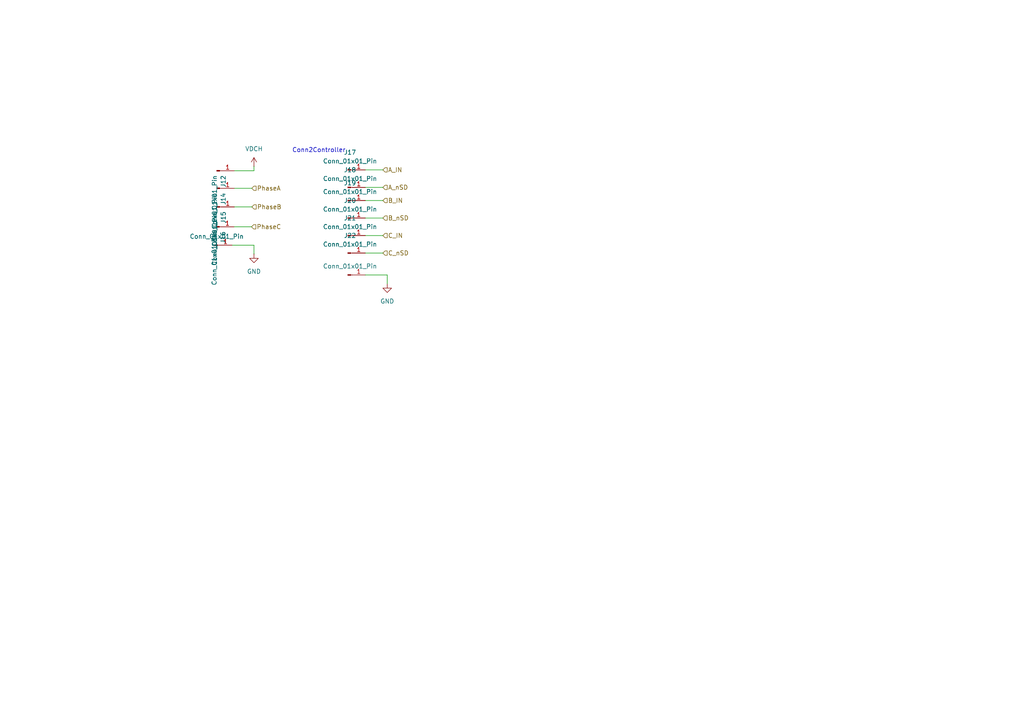
<source format=kicad_sch>
(kicad_sch (version 20250114) (generator "eeschema") (generator_version "9.0")
  (paper "A4")
  (lib_symbols
    (symbol "Connector:Conn_01x01_Pin" (pin_names (offset 1.016) (hide yes))
      (property "Reference" "J" (at 0 2.54 0))
      (property "Value" "Conn_01x01_Pin" (at 0 -2.54 0))
      (symbol "Conn_01x01_Pin_1_1"
        (rectangle (start 0.8636 0.127) (end 0 -0.127) (stroke (width 0.1524)) (fill (type outline)))
        (polyline (pts (xy 1.27 0) (xy 0.8636 0)) (stroke (width 0.1524)))
        (pin passive line (at 5.08 0 180) (length 3.81) (name "Pin_1") (number "1"))
      )
    )
    (symbol "power:GND" (power) (pin_numbers (hide yes)) (pin_names (offset 0) (hide yes))
      (property "Value" "GND" (at 0 -3.81 0))
      (symbol "GND_0_1"
        (polyline (pts (xy 0 0) (xy 0 -1.27) (xy 1.27 -1.27) (xy 0 -2.54) (xy -1.27 -1.27) (xy 0 -1.27)))
      )
      (symbol "GND_1_1"
        (pin power_in line (at 0 0 270) (length 0) (name "~") (number "1"))
      )
    )
    (symbol "power:VAA" (power) (pin_numbers (hide yes)) (pin_names (offset 0) (hide yes))
      (property "Value" "VAA" (at 0 3.556 0))
      (symbol "VAA_0_1"
        (polyline (pts (xy -0.762 1.27) (xy 0 2.54)))
        (polyline (pts (xy 0 2.54) (xy 0.762 1.27)))
        (polyline (pts (xy 0 0) (xy 0 2.54)))
      )
      (symbol "VAA_1_1"
        (pin power_in line (at 0 0 90) (length 0) (name "~") (number "1"))
      )
    )
  )
  (text "Conn2Controller\n" (at 92.5018 43.6856 0) (effects (font (size 1.27 1.27))))
  (wire (pts (xy 112.3138 82.2936) (xy 112.3138 79.7536)))
  (wire (pts (xy 73.66 73.66) (xy 73.66 71.12)))
  (wire (pts (xy 73.0507 60.0107) (xy 67.9707 60.0107)))
  (wire (pts (xy 105.9638 68.3236) (xy 111.0438 68.3236)))
  (wire (pts (xy 73.66 49.53) (xy 67.945 49.53)))
  (wire (pts (xy 105.9638 49.2736) (xy 111.0438 49.2736)))
  (wire (pts (xy 72.9438 65.7836) (xy 67.8638 65.7836)))
  (wire (pts (xy 112.3138 79.7536) (xy 105.9638 79.7536)))
  (wire (pts (xy 105.9638 58.1636) (xy 111.0438 58.1636)))
  (wire (pts (xy 105.9638 73.4036) (xy 111.0438 73.4036)))
  (wire (pts (xy 73.025 54.61) (xy 67.945 54.61)))
  (wire (pts (xy 73.66 48.26) (xy 73.66 49.53)))
  (wire (pts (xy 105.9638 63.2436) (xy 111.0438 63.2436)))
  (wire (pts (xy 73.66 71.12) (xy 67.31 71.12)))
  (wire (pts (xy 105.9638 54.3536) (xy 111.0438 54.3536)))
  (hierarchical_label "B_nSD" (shape input) (at 111.0438 63.2436 0))
  (hierarchical_label "A_IN" (shape input) (at 111.0438 49.2736 0))
  (hierarchical_label "PhaseC" (shape input) (at 72.9438 65.7836 0))
  (hierarchical_label "C_nSD" (shape input) (at 111.0438 73.4036 0))
  (hierarchical_label "PhaseB" (shape input) (at 73.0507 60.0107 0))
  (hierarchical_label "A_nSD" (shape input) (at 111.0438 54.3536 0))
  (hierarchical_label "PhaseA" (shape input) (at 73.025 54.61 0))
  (hierarchical_label "B_IN" (shape input) (at 111.0438 58.1636 0))
  (hierarchical_label "C_IN" (shape input) (at 111.0438 68.3236 0))
  (symbol (lib_id "Connector:Conn_01x01_Pin") (at 100.8838 73.4036 0) (unit 1)
    (property "Reference" "J22" (at 101.5188 68.3236 0))
    (property "Value" "Conn_01x01_Pin" (at 101.5188 70.8636 0))
    (property "Footprint" "LibMain:SolderWire-0.25sqmm_1x01_D0.65mm_OD2mm_Relief" (effects (hide yes)))
    (property "Description" "Generic connector, single row, 01x01, script generated" (effects (hide yes)))
  )
  (symbol (lib_id "Connector:Conn_01x01_Pin") (at 62.8907 60.0107 0) (unit 1)
    (property "Reference" "J15" (at 64.7958 61.2807 90) (effects (justify right)))
    (property "Value" "Conn_01x01_Pin" (at 62.2558 61.2807 90) (effects (justify right)))
    (property "Footprint" "LibMain:SolderWire-0.25sqmm_1x01_D0.65mm_OD2mm_Relief" (effects (hide yes)))
    (property "Description" "Generic connector, single row, 01x01, script generated" (effects (hide yes)))
  )
  (symbol (lib_id "Connector:Conn_01x01_Pin") (at 100.8838 68.3236 0) (unit 1)
    (property "Reference" "J21" (at 101.5188 63.2436 0))
    (property "Value" "Conn_01x01_Pin" (at 101.5188 65.7836 0))
    (property "Footprint" "LibMain:SolderWire-0.25sqmm_1x01_D0.65mm_OD2mm_Relief" (effects (hide yes)))
    (property "Description" "Generic connector, single row, 01x01, script generated" (effects (hide yes)))
  )
  (symbol (lib_id "power:GND") (at 73.66 73.66 0) (mirror y) (unit 1)
    (property "Reference" "#PWR046" (effects (hide yes)))
    (property "Value" "GND" (at 73.66 78.74 0))
    (property "Description" "Power symbol creates a global label with name \"GND\" , ground" (effects (hide yes)))
  )
  (symbol (lib_id "power:VAA") (at 73.66 48.26 0) (unit 1)
    (property "Reference" "#PWR045" (effects (hide yes)))
    (property "Value" "VDCH" (at 73.66 43.18 0))
    (property "Description" "Power symbol creates a global label with name \"VAA\"" (effects (hide yes)))
  )
  (symbol (lib_id "Connector:Conn_01x01_Pin") (at 100.8838 49.2736 0) (unit 1)
    (property "Reference" "J17" (at 101.5188 44.1936 0))
    (property "Value" "Conn_01x01_Pin" (at 101.5188 46.7336 0))
    (property "Footprint" "LibMain:SolderWire-0.25sqmm_1x01_D0.65mm_OD2mm_Relief" (effects (hide yes)))
    (property "Description" "Generic connector, single row, 01x01, script generated" (effects (hide yes)))
  )
  (symbol (lib_id "Connector:Conn_01x01_Pin") (at 100.8838 58.1636 0) (unit 1)
    (property "Reference" "J19" (at 101.5188 53.0836 0))
    (property "Value" "Conn_01x01_Pin" (at 101.5188 55.6236 0))
    (property "Footprint" "LibMain:SolderWire-0.25sqmm_1x01_D0.65mm_OD2mm_Relief" (effects (hide yes)))
    (property "Description" "Generic connector, single row, 01x01, script generated" (effects (hide yes)))
  )
  (symbol (lib_id "Connector:Conn_01x01_Pin") (at 100.8838 63.2436 0) (unit 1)
    (property "Reference" "J20" (at 101.5188 58.1636 0))
    (property "Value" "Conn_01x01_Pin" (at 101.5188 60.7036 0))
    (property "Footprint" "LibMain:SolderWire-0.25sqmm_1x01_D0.65mm_OD2mm_Relief" (effects (hide yes)))
    (property "Description" "Generic connector, single row, 01x01, script generated" (effects (hide yes)))
  )
  (symbol (lib_id "Connector:Conn_01x01_Pin") (at 62.7838 65.7836 0) (unit 1)
    (property "Reference" "J16" (at 64.6889 67.0536 90) (effects (justify right)))
    (property "Value" "Conn_01x01_Pin" (at 62.1489 67.0536 90) (effects (justify right)))
    (property "Footprint" "LibMain:SolderWire-0.25sqmm_1x01_D0.65mm_OD2mm_Relief" (effects (hide yes)))
    (property "Description" "Generic connector, single row, 01x01, script generated" (effects (hide yes)))
  )
  (symbol (lib_id "Connector:Conn_01x01_Pin") (at 100.8838 79.7536 0) (unit 1)
    (property "Reference" "J23" (effects (hide yes)))
    (property "Value" "Conn_01x01_Pin" (at 101.5188 77.2136 0))
    (property "Footprint" "LibMain:SolderWire-0.25sqmm_1x01_D0.65mm_OD2mm_Relief" (effects (hide yes)))
    (property "Description" "Generic connector, single row, 01x01, script generated" (effects (hide yes)))
  )
  (symbol (lib_id "Connector:Conn_01x01_Pin") (at 62.865 49.53 0) (unit 1)
    (property "Reference" "J12" (at 64.7701 50.8 90) (effects (justify right)))
    (property "Value" "Conn_01x01_Pin" (at 62.2301 50.8 90) (effects (justify right)))
    (property "Footprint" "LibMain:SolderWire-0.25sqmm_1x01_D0.65mm_OD2mm_Relief" (effects (hide yes)))
    (property "Description" "Generic connector, single row, 01x01, script generated" (effects (hide yes)))
  )
  (symbol (lib_id "Connector:Conn_01x01_Pin") (at 100.8838 54.3536 0) (unit 1)
    (property "Reference" "J18" (at 101.5188 49.2736 0))
    (property "Value" "Conn_01x01_Pin" (at 101.5188 51.8136 0))
    (property "Footprint" "LibMain:SolderWire-0.25sqmm_1x01_D0.65mm_OD2mm_Relief" (effects (hide yes)))
    (property "Description" "Generic connector, single row, 01x01, script generated" (effects (hide yes)))
  )
  (symbol (lib_id "power:GND") (at 112.3138 82.2936 0) (mirror y) (unit 1)
    (property "Reference" "#PWR047" (effects (hide yes)))
    (property "Value" "GND" (at 112.3138 87.3736 0))
    (property "Description" "Power symbol creates a global label with name \"GND\" , ground" (effects (hide yes)))
  )
  (symbol (lib_id "Connector:Conn_01x01_Pin") (at 62.865 54.61 0) (unit 1)
    (property "Reference" "J14" (at 64.7701 55.88 90) (effects (justify right)))
    (property "Value" "Conn_01x01_Pin" (at 62.2301 55.88 90) (effects (justify right)))
    (property "Footprint" "LibMain:SolderWire-0.25sqmm_1x01_D0.65mm_OD2mm_Relief" (effects (hide yes)))
    (property "Description" "Generic connector, single row, 01x01, script generated" (effects (hide yes)))
  )
  (symbol (lib_id "Connector:Conn_01x01_Pin") (at 62.23 71.12 0) (unit 1)
    (property "Reference" "J13" (effects (hide yes)))
    (property "Value" "Conn_01x01_Pin" (at 62.865 68.58 0))
    (property "Footprint" "LibMain:SolderWire-0.25sqmm_1x01_D0.65mm_OD2mm_Relief" (effects (hide yes)))
    (property "Description" "Generic connector, single row, 01x01, script generated" (effects (hide yes)))
  )
)
</source>
